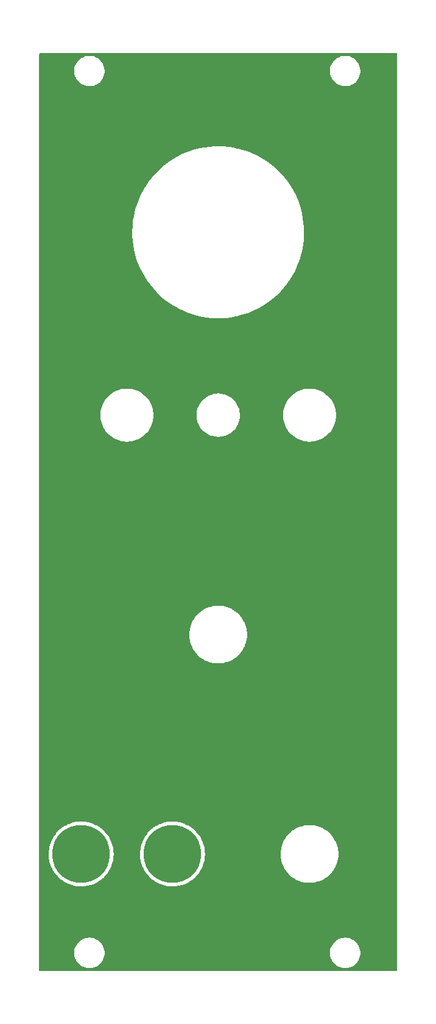
<source format=gbr>
%TF.GenerationSoftware,KiCad,Pcbnew,(6.0.5)*%
%TF.CreationDate,2023-01-21T13:23:26-05:00*%
%TF.ProjectId,valve_distortion,76616c76-655f-4646-9973-746f7274696f,rev?*%
%TF.SameCoordinates,Original*%
%TF.FileFunction,Copper,L2,Bot*%
%TF.FilePolarity,Positive*%
%FSLAX46Y46*%
G04 Gerber Fmt 4.6, Leading zero omitted, Abs format (unit mm)*
G04 Created by KiCad (PCBNEW (6.0.5)) date 2023-01-21 13:23:26*
%MOMM*%
%LPD*%
G01*
G04 APERTURE LIST*
%TA.AperFunction,ComponentPad*%
%ADD10C,8.000000*%
%TD*%
G04 APERTURE END LIST*
D10*
%TO.P,H12,1*%
%TO.N,N/C*%
X70630000Y-150440000D03*
%TD*%
%TO.P,H11,1*%
%TO.N,N/C*%
X57930000Y-150440000D03*
%TD*%
%TA.AperFunction,NonConductor*%
G36*
X101813621Y-39208502D02*
G01*
X101860114Y-39262158D01*
X101871500Y-39314500D01*
X101871500Y-166545500D01*
X101851498Y-166613621D01*
X101797842Y-166660114D01*
X101745500Y-166671500D01*
X52214500Y-166671500D01*
X52146379Y-166651498D01*
X52099886Y-166597842D01*
X52088500Y-166545500D01*
X52088500Y-164312703D01*
X56970743Y-164312703D01*
X57008268Y-164597734D01*
X57084129Y-164875036D01*
X57196923Y-165139476D01*
X57344561Y-165386161D01*
X57524313Y-165610528D01*
X57732851Y-165808423D01*
X57966317Y-165976186D01*
X57970112Y-165978195D01*
X57970113Y-165978196D01*
X57991869Y-165989715D01*
X58220392Y-166110712D01*
X58490373Y-166209511D01*
X58771264Y-166270755D01*
X58799841Y-166273004D01*
X58994282Y-166288307D01*
X58994291Y-166288307D01*
X58996739Y-166288500D01*
X59152271Y-166288500D01*
X59154407Y-166288354D01*
X59154418Y-166288354D01*
X59362548Y-166274165D01*
X59362554Y-166274164D01*
X59366825Y-166273873D01*
X59371020Y-166273004D01*
X59371022Y-166273004D01*
X59507583Y-166244724D01*
X59648342Y-166215574D01*
X59919343Y-166119607D01*
X60174812Y-165987750D01*
X60178313Y-165985289D01*
X60178317Y-165985287D01*
X60292418Y-165905095D01*
X60410023Y-165822441D01*
X60620622Y-165626740D01*
X60802713Y-165404268D01*
X60952927Y-165159142D01*
X61068483Y-164895898D01*
X61147244Y-164619406D01*
X61187751Y-164334784D01*
X61187845Y-164316951D01*
X61187867Y-164312703D01*
X92530743Y-164312703D01*
X92568268Y-164597734D01*
X92644129Y-164875036D01*
X92756923Y-165139476D01*
X92904561Y-165386161D01*
X93084313Y-165610528D01*
X93292851Y-165808423D01*
X93526317Y-165976186D01*
X93530112Y-165978195D01*
X93530113Y-165978196D01*
X93551869Y-165989715D01*
X93780392Y-166110712D01*
X94050373Y-166209511D01*
X94331264Y-166270755D01*
X94359841Y-166273004D01*
X94554282Y-166288307D01*
X94554291Y-166288307D01*
X94556739Y-166288500D01*
X94712271Y-166288500D01*
X94714407Y-166288354D01*
X94714418Y-166288354D01*
X94922548Y-166274165D01*
X94922554Y-166274164D01*
X94926825Y-166273873D01*
X94931020Y-166273004D01*
X94931022Y-166273004D01*
X95067583Y-166244724D01*
X95208342Y-166215574D01*
X95479343Y-166119607D01*
X95734812Y-165987750D01*
X95738313Y-165985289D01*
X95738317Y-165985287D01*
X95852418Y-165905095D01*
X95970023Y-165822441D01*
X96180622Y-165626740D01*
X96362713Y-165404268D01*
X96512927Y-165159142D01*
X96628483Y-164895898D01*
X96707244Y-164619406D01*
X96747751Y-164334784D01*
X96747845Y-164316951D01*
X96749235Y-164051583D01*
X96749235Y-164051576D01*
X96749257Y-164047297D01*
X96711732Y-163762266D01*
X96635871Y-163484964D01*
X96523077Y-163220524D01*
X96375439Y-162973839D01*
X96195687Y-162749472D01*
X95987149Y-162551577D01*
X95753683Y-162383814D01*
X95731843Y-162372250D01*
X95708654Y-162359972D01*
X95499608Y-162249288D01*
X95229627Y-162150489D01*
X94948736Y-162089245D01*
X94917685Y-162086801D01*
X94725718Y-162071693D01*
X94725709Y-162071693D01*
X94723261Y-162071500D01*
X94567729Y-162071500D01*
X94565593Y-162071646D01*
X94565582Y-162071646D01*
X94357452Y-162085835D01*
X94357446Y-162085836D01*
X94353175Y-162086127D01*
X94348980Y-162086996D01*
X94348978Y-162086996D01*
X94212416Y-162115277D01*
X94071658Y-162144426D01*
X93800657Y-162240393D01*
X93545188Y-162372250D01*
X93541687Y-162374711D01*
X93541683Y-162374713D01*
X93531594Y-162381804D01*
X93309977Y-162537559D01*
X93099378Y-162733260D01*
X92917287Y-162955732D01*
X92767073Y-163200858D01*
X92651517Y-163464102D01*
X92572756Y-163740594D01*
X92532249Y-164025216D01*
X92532227Y-164029505D01*
X92532226Y-164029512D01*
X92530765Y-164308417D01*
X92530743Y-164312703D01*
X61187867Y-164312703D01*
X61189235Y-164051583D01*
X61189235Y-164051576D01*
X61189257Y-164047297D01*
X61151732Y-163762266D01*
X61075871Y-163484964D01*
X60963077Y-163220524D01*
X60815439Y-162973839D01*
X60635687Y-162749472D01*
X60427149Y-162551577D01*
X60193683Y-162383814D01*
X60171843Y-162372250D01*
X60148654Y-162359972D01*
X59939608Y-162249288D01*
X59669627Y-162150489D01*
X59388736Y-162089245D01*
X59357685Y-162086801D01*
X59165718Y-162071693D01*
X59165709Y-162071693D01*
X59163261Y-162071500D01*
X59007729Y-162071500D01*
X59005593Y-162071646D01*
X59005582Y-162071646D01*
X58797452Y-162085835D01*
X58797446Y-162085836D01*
X58793175Y-162086127D01*
X58788980Y-162086996D01*
X58788978Y-162086996D01*
X58652416Y-162115277D01*
X58511658Y-162144426D01*
X58240657Y-162240393D01*
X57985188Y-162372250D01*
X57981687Y-162374711D01*
X57981683Y-162374713D01*
X57971594Y-162381804D01*
X57749977Y-162537559D01*
X57539378Y-162733260D01*
X57357287Y-162955732D01*
X57207073Y-163200858D01*
X57091517Y-163464102D01*
X57012756Y-163740594D01*
X56972249Y-164025216D01*
X56972227Y-164029505D01*
X56972226Y-164029512D01*
X56970765Y-164308417D01*
X56970743Y-164312703D01*
X52088500Y-164312703D01*
X52088500Y-150597512D01*
X53419433Y-150597512D01*
X53419662Y-150600357D01*
X53419662Y-150600360D01*
X53447465Y-150945910D01*
X53452273Y-151005668D01*
X53521969Y-151409168D01*
X53627949Y-151804691D01*
X53769340Y-152188980D01*
X53770565Y-152191560D01*
X53770568Y-152191567D01*
X53883081Y-152428518D01*
X53944979Y-152558874D01*
X53983020Y-152623198D01*
X54123473Y-152860691D01*
X54153418Y-152911326D01*
X54155080Y-152913630D01*
X54155081Y-152913632D01*
X54180882Y-152949405D01*
X54392944Y-153243436D01*
X54661584Y-153552471D01*
X54957126Y-153835886D01*
X54959344Y-153837656D01*
X54959349Y-153837661D01*
X55117133Y-153963618D01*
X55277139Y-154091349D01*
X55279520Y-154092919D01*
X55569482Y-154284113D01*
X55618989Y-154316757D01*
X55621519Y-154318113D01*
X55621518Y-154318113D01*
X55928340Y-154482630D01*
X55979860Y-154510255D01*
X56356784Y-154670250D01*
X56359522Y-154671129D01*
X56743931Y-154794549D01*
X56743935Y-154794550D01*
X56746657Y-154795424D01*
X56749447Y-154796048D01*
X56749452Y-154796049D01*
X57143477Y-154884125D01*
X57143488Y-154884127D01*
X57146271Y-154884749D01*
X57552335Y-154937487D01*
X57961509Y-154953206D01*
X57964371Y-154953056D01*
X57964372Y-154953056D01*
X58367566Y-154931926D01*
X58367573Y-154931925D01*
X58370422Y-154931776D01*
X58373245Y-154931369D01*
X58373247Y-154931369D01*
X58772889Y-154873780D01*
X58772896Y-154873779D01*
X58775711Y-154873373D01*
X59174038Y-154778478D01*
X59176736Y-154777570D01*
X59176743Y-154777568D01*
X59559414Y-154648785D01*
X59559420Y-154648783D01*
X59562126Y-154647872D01*
X59936779Y-154482630D01*
X60025151Y-154433645D01*
X60233576Y-154318113D01*
X60294914Y-154284113D01*
X60633583Y-154053954D01*
X60643921Y-154045462D01*
X60947779Y-153795870D01*
X60947783Y-153795867D01*
X60949998Y-153794047D01*
X60952036Y-153792038D01*
X60952043Y-153792031D01*
X61120511Y-153625898D01*
X61241555Y-153506533D01*
X61461936Y-153245748D01*
X61504008Y-153195963D01*
X61504013Y-153195957D01*
X61505854Y-153193778D01*
X61740719Y-152858356D01*
X61944217Y-152503027D01*
X62045968Y-152280785D01*
X62113485Y-152133316D01*
X62113488Y-152133307D01*
X62114674Y-152130718D01*
X62250685Y-151744492D01*
X62262653Y-151697194D01*
X62350430Y-151350307D01*
X62350431Y-151350303D01*
X62351133Y-151347528D01*
X62356204Y-151315515D01*
X62414743Y-150945910D01*
X62415189Y-150943095D01*
X62421790Y-150843717D01*
X62438142Y-150597512D01*
X66119433Y-150597512D01*
X66119662Y-150600357D01*
X66119662Y-150600360D01*
X66147465Y-150945910D01*
X66152273Y-151005668D01*
X66221969Y-151409168D01*
X66327949Y-151804691D01*
X66469340Y-152188980D01*
X66470565Y-152191560D01*
X66470568Y-152191567D01*
X66583081Y-152428518D01*
X66644979Y-152558874D01*
X66683020Y-152623198D01*
X66823473Y-152860691D01*
X66853418Y-152911326D01*
X66855080Y-152913630D01*
X66855081Y-152913632D01*
X66880882Y-152949405D01*
X67092944Y-153243436D01*
X67361584Y-153552471D01*
X67657126Y-153835886D01*
X67659344Y-153837656D01*
X67659349Y-153837661D01*
X67817133Y-153963618D01*
X67977139Y-154091349D01*
X67979520Y-154092919D01*
X68269482Y-154284113D01*
X68318989Y-154316757D01*
X68321519Y-154318113D01*
X68321518Y-154318113D01*
X68628340Y-154482630D01*
X68679860Y-154510255D01*
X69056784Y-154670250D01*
X69059522Y-154671129D01*
X69443931Y-154794549D01*
X69443935Y-154794550D01*
X69446657Y-154795424D01*
X69449447Y-154796048D01*
X69449452Y-154796049D01*
X69843477Y-154884125D01*
X69843488Y-154884127D01*
X69846271Y-154884749D01*
X70252335Y-154937487D01*
X70661509Y-154953206D01*
X70664371Y-154953056D01*
X70664372Y-154953056D01*
X71067566Y-154931926D01*
X71067573Y-154931925D01*
X71070422Y-154931776D01*
X71073245Y-154931369D01*
X71073247Y-154931369D01*
X71472889Y-154873780D01*
X71472896Y-154873779D01*
X71475711Y-154873373D01*
X71874038Y-154778478D01*
X71876736Y-154777570D01*
X71876743Y-154777568D01*
X72259414Y-154648785D01*
X72259420Y-154648783D01*
X72262126Y-154647872D01*
X72636779Y-154482630D01*
X72725151Y-154433645D01*
X72933576Y-154318113D01*
X72994914Y-154284113D01*
X73333583Y-154053954D01*
X73343921Y-154045462D01*
X73647779Y-153795870D01*
X73647783Y-153795867D01*
X73649998Y-153794047D01*
X73652036Y-153792038D01*
X73652043Y-153792031D01*
X73820511Y-153625898D01*
X73941555Y-153506533D01*
X74161936Y-153245748D01*
X74204008Y-153195963D01*
X74204013Y-153195957D01*
X74205854Y-153193778D01*
X74440719Y-152858356D01*
X74644217Y-152503027D01*
X74745968Y-152280785D01*
X74813485Y-152133316D01*
X74813488Y-152133307D01*
X74814674Y-152130718D01*
X74950685Y-151744492D01*
X74962653Y-151697194D01*
X75050430Y-151350307D01*
X75050431Y-151350303D01*
X75051133Y-151347528D01*
X75056204Y-151315515D01*
X75114743Y-150945910D01*
X75115189Y-150943095D01*
X75121790Y-150843717D01*
X75142210Y-150536271D01*
X75142210Y-150536260D01*
X75142326Y-150534520D01*
X75142436Y-150524052D01*
X85667391Y-150524052D01*
X85667612Y-150527171D01*
X85667612Y-150527178D01*
X85683735Y-150754895D01*
X85695579Y-150922168D01*
X85763169Y-151315515D01*
X85764001Y-151318524D01*
X85764002Y-151318530D01*
X85772017Y-151347528D01*
X85869491Y-151700205D01*
X85870614Y-151703107D01*
X85870617Y-151703117D01*
X85910949Y-151807368D01*
X86013495Y-152072433D01*
X86014908Y-152075224D01*
X86014911Y-152075231D01*
X86104901Y-152252994D01*
X86193757Y-152428518D01*
X86195436Y-152431148D01*
X86195442Y-152431159D01*
X86321363Y-152628434D01*
X86408494Y-152764939D01*
X86410423Y-152767386D01*
X86410428Y-152767393D01*
X86555769Y-152951756D01*
X86655582Y-153078368D01*
X86657757Y-153080624D01*
X86657762Y-153080630D01*
X86764580Y-153191436D01*
X86932578Y-153365708D01*
X86934971Y-153367741D01*
X87234348Y-153622081D01*
X87234357Y-153622088D01*
X87236743Y-153624115D01*
X87239323Y-153625898D01*
X87562497Y-153849258D01*
X87562506Y-153849263D01*
X87565069Y-153851035D01*
X87567804Y-153852548D01*
X87567809Y-153852551D01*
X87734018Y-153944492D01*
X87914309Y-154044224D01*
X87917178Y-154045457D01*
X87917189Y-154045462D01*
X88278142Y-154200539D01*
X88281010Y-154201771D01*
X88283987Y-154202712D01*
X88283991Y-154202714D01*
X88414707Y-154244054D01*
X88661545Y-154322118D01*
X89052152Y-154404076D01*
X89055269Y-154404412D01*
X89055270Y-154404412D01*
X89446516Y-154446570D01*
X89446519Y-154446570D01*
X89448967Y-154446834D01*
X89451430Y-154446905D01*
X89451431Y-154446905D01*
X89454681Y-154446999D01*
X89506803Y-154448500D01*
X89780217Y-154448500D01*
X89781780Y-154448422D01*
X89781788Y-154448422D01*
X89879009Y-154443582D01*
X90078619Y-154433645D01*
X90081704Y-154433181D01*
X90081706Y-154433181D01*
X90470203Y-154374773D01*
X90473296Y-154374308D01*
X90476332Y-154373537D01*
X90857085Y-154276838D01*
X90857088Y-154276837D01*
X90860128Y-154276065D01*
X90863076Y-154274995D01*
X91232352Y-154140955D01*
X91232362Y-154140951D01*
X91235290Y-154139888D01*
X91595071Y-153967123D01*
X91935915Y-153759479D01*
X92112862Y-153625898D01*
X92251957Y-153520892D01*
X92251960Y-153520890D01*
X92254451Y-153519009D01*
X92256733Y-153516899D01*
X92256742Y-153516892D01*
X92545231Y-153250214D01*
X92547528Y-153248091D01*
X92549740Y-153245596D01*
X92810165Y-152951756D01*
X92812249Y-152949405D01*
X93045995Y-152625903D01*
X93246455Y-152280785D01*
X93288197Y-152188980D01*
X93410349Y-151920321D01*
X93411648Y-151917464D01*
X93449021Y-151807368D01*
X93538931Y-151542499D01*
X93538932Y-151542496D01*
X93539938Y-151539532D01*
X93540642Y-151536494D01*
X93540645Y-151536484D01*
X93629353Y-151153770D01*
X93629353Y-151153768D01*
X93630058Y-151150728D01*
X93681117Y-150754895D01*
X93692609Y-150355948D01*
X93676487Y-150128240D01*
X93664643Y-149960968D01*
X93664421Y-149957832D01*
X93596831Y-149564485D01*
X93490509Y-149179795D01*
X93489386Y-149176893D01*
X93489383Y-149176883D01*
X93347635Y-148810488D01*
X93346505Y-148807567D01*
X93166243Y-148451482D01*
X93164564Y-148448852D01*
X93164558Y-148448841D01*
X92953187Y-148117695D01*
X92951506Y-148115061D01*
X92949577Y-148112614D01*
X92949572Y-148112607D01*
X92706362Y-147804098D01*
X92704418Y-147801632D01*
X92702243Y-147799376D01*
X92702238Y-147799370D01*
X92577717Y-147670200D01*
X92427422Y-147514292D01*
X92424320Y-147511657D01*
X92125652Y-147257919D01*
X92125643Y-147257912D01*
X92123257Y-147255885D01*
X91967269Y-147148075D01*
X91797503Y-147030742D01*
X91797494Y-147030737D01*
X91794931Y-147028965D01*
X91792196Y-147027452D01*
X91792191Y-147027449D01*
X91582618Y-146911520D01*
X91445691Y-146835776D01*
X91442822Y-146834543D01*
X91442811Y-146834538D01*
X91081858Y-146679461D01*
X91081855Y-146679460D01*
X91078990Y-146678229D01*
X91076013Y-146677288D01*
X91076009Y-146677286D01*
X90945293Y-146635946D01*
X90698455Y-146557882D01*
X90307848Y-146475924D01*
X90304730Y-146475588D01*
X89913484Y-146433430D01*
X89913481Y-146433430D01*
X89911033Y-146433166D01*
X89908570Y-146433095D01*
X89908569Y-146433095D01*
X89905319Y-146433001D01*
X89853197Y-146431500D01*
X89579783Y-146431500D01*
X89578220Y-146431578D01*
X89578212Y-146431578D01*
X89480991Y-146436418D01*
X89281381Y-146446355D01*
X89278296Y-146446819D01*
X89278294Y-146446819D01*
X88926720Y-146499676D01*
X88886704Y-146505692D01*
X88883669Y-146506463D01*
X88883668Y-146506463D01*
X88502915Y-146603162D01*
X88502912Y-146603163D01*
X88499872Y-146603935D01*
X88496925Y-146605005D01*
X88496924Y-146605005D01*
X88127648Y-146739045D01*
X88127638Y-146739049D01*
X88124710Y-146740112D01*
X87764929Y-146912877D01*
X87424085Y-147120521D01*
X87382413Y-147151980D01*
X87239640Y-147259763D01*
X87105549Y-147360991D01*
X87103267Y-147363101D01*
X87103258Y-147363108D01*
X87018523Y-147441437D01*
X86812472Y-147631909D01*
X86547751Y-147930595D01*
X86314005Y-148254097D01*
X86113545Y-148599215D01*
X86112255Y-148602052D01*
X86112253Y-148602056D01*
X86017484Y-148810488D01*
X85948352Y-148962536D01*
X85947344Y-148965505D01*
X85947341Y-148965513D01*
X85821069Y-149337501D01*
X85820062Y-149340468D01*
X85819358Y-149343506D01*
X85819355Y-149343516D01*
X85753395Y-149628087D01*
X85729942Y-149729272D01*
X85678883Y-150125105D01*
X85667391Y-150524052D01*
X75142436Y-150524052D01*
X75143316Y-150440000D01*
X75124741Y-150030947D01*
X75069169Y-149625260D01*
X74977057Y-149226280D01*
X74960816Y-149176883D01*
X74850057Y-148840005D01*
X74850054Y-148839998D01*
X74849164Y-148837290D01*
X74686542Y-148461492D01*
X74563436Y-148235701D01*
X74491899Y-148104492D01*
X74491895Y-148104485D01*
X74490529Y-148101980D01*
X74374223Y-147928244D01*
X74264332Y-147764090D01*
X74264324Y-147764079D01*
X74262740Y-147761713D01*
X74005049Y-147443491D01*
X73924822Y-147360991D01*
X73721567Y-147151980D01*
X73721563Y-147151976D01*
X73719577Y-147149934D01*
X73717419Y-147148084D01*
X73717409Y-147148075D01*
X73410849Y-146885321D01*
X73410844Y-146885317D01*
X73408675Y-146883458D01*
X73406344Y-146881801D01*
X73406337Y-146881796D01*
X73206967Y-146740112D01*
X73074900Y-146646257D01*
X72783345Y-146476568D01*
X72723474Y-146441722D01*
X72723469Y-146441719D01*
X72721001Y-146440283D01*
X72486846Y-146331095D01*
X72352487Y-146268442D01*
X72352477Y-146268438D01*
X72349891Y-146267232D01*
X72347194Y-146266261D01*
X71967314Y-146129495D01*
X71967305Y-146129492D01*
X71964624Y-146128527D01*
X71702247Y-146060183D01*
X71571140Y-146026032D01*
X71571134Y-146026031D01*
X71568371Y-146025311D01*
X71164395Y-145958433D01*
X71161552Y-145958224D01*
X71161550Y-145958224D01*
X70758865Y-145928653D01*
X70756019Y-145928444D01*
X70586043Y-145931411D01*
X70349458Y-145935540D01*
X70349453Y-145935540D01*
X70346607Y-145935590D01*
X70343774Y-145935898D01*
X70343770Y-145935898D01*
X70014896Y-145971625D01*
X69939527Y-145979813D01*
X69538130Y-146060749D01*
X69535402Y-146061562D01*
X69535391Y-146061565D01*
X69222867Y-146154733D01*
X69145721Y-146177731D01*
X69143060Y-146178795D01*
X69143058Y-146178796D01*
X68918927Y-146268442D01*
X68765529Y-146329797D01*
X68762982Y-146331095D01*
X68403227Y-146514399D01*
X68403222Y-146514402D01*
X68400684Y-146515695D01*
X68398265Y-146517218D01*
X68398262Y-146517220D01*
X68333692Y-146557882D01*
X68054189Y-146733894D01*
X67728896Y-146982599D01*
X67427483Y-147259763D01*
X67152430Y-147563104D01*
X67150706Y-147565391D01*
X67150705Y-147565393D01*
X67102182Y-147629786D01*
X66906002Y-147890125D01*
X66690227Y-148238135D01*
X66688947Y-148240691D01*
X66688942Y-148240700D01*
X66680879Y-148256802D01*
X66506881Y-148604269D01*
X66505840Y-148606925D01*
X66505837Y-148606932D01*
X66365311Y-148965513D01*
X66357473Y-148985513D01*
X66356681Y-148988240D01*
X66356677Y-148988251D01*
X66286715Y-149229063D01*
X66243233Y-149378729D01*
X66165101Y-149780681D01*
X66123721Y-150188060D01*
X66119433Y-150597512D01*
X62438142Y-150597512D01*
X62442210Y-150536271D01*
X62442210Y-150536260D01*
X62442326Y-150534520D01*
X62443316Y-150440000D01*
X62424741Y-150030947D01*
X62369169Y-149625260D01*
X62277057Y-149226280D01*
X62260816Y-149176883D01*
X62150057Y-148840005D01*
X62150054Y-148839998D01*
X62149164Y-148837290D01*
X61986542Y-148461492D01*
X61863436Y-148235701D01*
X61791899Y-148104492D01*
X61791895Y-148104485D01*
X61790529Y-148101980D01*
X61674223Y-147928244D01*
X61564332Y-147764090D01*
X61564324Y-147764079D01*
X61562740Y-147761713D01*
X61305049Y-147443491D01*
X61224822Y-147360991D01*
X61021567Y-147151980D01*
X61021563Y-147151976D01*
X61019577Y-147149934D01*
X61017419Y-147148084D01*
X61017409Y-147148075D01*
X60710849Y-146885321D01*
X60710844Y-146885317D01*
X60708675Y-146883458D01*
X60706344Y-146881801D01*
X60706337Y-146881796D01*
X60506967Y-146740112D01*
X60374900Y-146646257D01*
X60083345Y-146476568D01*
X60023474Y-146441722D01*
X60023469Y-146441719D01*
X60021001Y-146440283D01*
X59786846Y-146331095D01*
X59652487Y-146268442D01*
X59652477Y-146268438D01*
X59649891Y-146267232D01*
X59647194Y-146266261D01*
X59267314Y-146129495D01*
X59267305Y-146129492D01*
X59264624Y-146128527D01*
X59002247Y-146060183D01*
X58871140Y-146026032D01*
X58871134Y-146026031D01*
X58868371Y-146025311D01*
X58464395Y-145958433D01*
X58461552Y-145958224D01*
X58461550Y-145958224D01*
X58058865Y-145928653D01*
X58056019Y-145928444D01*
X57886043Y-145931411D01*
X57649458Y-145935540D01*
X57649453Y-145935540D01*
X57646607Y-145935590D01*
X57643774Y-145935898D01*
X57643770Y-145935898D01*
X57314896Y-145971625D01*
X57239527Y-145979813D01*
X56838130Y-146060749D01*
X56835402Y-146061562D01*
X56835391Y-146061565D01*
X56522867Y-146154733D01*
X56445721Y-146177731D01*
X56443060Y-146178795D01*
X56443058Y-146178796D01*
X56218927Y-146268442D01*
X56065529Y-146329797D01*
X56062982Y-146331095D01*
X55703227Y-146514399D01*
X55703222Y-146514402D01*
X55700684Y-146515695D01*
X55698265Y-146517218D01*
X55698262Y-146517220D01*
X55633692Y-146557882D01*
X55354189Y-146733894D01*
X55028896Y-146982599D01*
X54727483Y-147259763D01*
X54452430Y-147563104D01*
X54450706Y-147565391D01*
X54450705Y-147565393D01*
X54402182Y-147629786D01*
X54206002Y-147890125D01*
X53990227Y-148238135D01*
X53988947Y-148240691D01*
X53988942Y-148240700D01*
X53980879Y-148256802D01*
X53806881Y-148604269D01*
X53805840Y-148606925D01*
X53805837Y-148606932D01*
X53665311Y-148965513D01*
X53657473Y-148985513D01*
X53656681Y-148988240D01*
X53656677Y-148988251D01*
X53586715Y-149229063D01*
X53543233Y-149378729D01*
X53465101Y-149780681D01*
X53423721Y-150188060D01*
X53419433Y-150597512D01*
X52088500Y-150597512D01*
X52088500Y-120044052D01*
X72967391Y-120044052D01*
X72967612Y-120047171D01*
X72967612Y-120047178D01*
X72983735Y-120274895D01*
X72995579Y-120442168D01*
X73063169Y-120835515D01*
X73169491Y-121220205D01*
X73170614Y-121223107D01*
X73170617Y-121223117D01*
X73252390Y-121434487D01*
X73313495Y-121592433D01*
X73493757Y-121948518D01*
X73495436Y-121951148D01*
X73495442Y-121951159D01*
X73621363Y-122148434D01*
X73708494Y-122284939D01*
X73710423Y-122287386D01*
X73710428Y-122287393D01*
X73855769Y-122471756D01*
X73955582Y-122598368D01*
X73957757Y-122600624D01*
X73957762Y-122600630D01*
X74082283Y-122729800D01*
X74232578Y-122885708D01*
X74234971Y-122887741D01*
X74534348Y-123142081D01*
X74534357Y-123142088D01*
X74536743Y-123144115D01*
X74539323Y-123145898D01*
X74862497Y-123369258D01*
X74862506Y-123369263D01*
X74865069Y-123371035D01*
X74867804Y-123372548D01*
X74867809Y-123372551D01*
X75034018Y-123464492D01*
X75214309Y-123564224D01*
X75217178Y-123565457D01*
X75217189Y-123565462D01*
X75578142Y-123720539D01*
X75581010Y-123721771D01*
X75583987Y-123722712D01*
X75583991Y-123722714D01*
X75714707Y-123764054D01*
X75961545Y-123842118D01*
X76352152Y-123924076D01*
X76355269Y-123924412D01*
X76355270Y-123924412D01*
X76746516Y-123966570D01*
X76746519Y-123966570D01*
X76748967Y-123966834D01*
X76751430Y-123966905D01*
X76751431Y-123966905D01*
X76754681Y-123966999D01*
X76806803Y-123968500D01*
X77080217Y-123968500D01*
X77081780Y-123968422D01*
X77081788Y-123968422D01*
X77179009Y-123963582D01*
X77378619Y-123953645D01*
X77381704Y-123953181D01*
X77381706Y-123953181D01*
X77770203Y-123894773D01*
X77773296Y-123894308D01*
X77776332Y-123893537D01*
X78157085Y-123796838D01*
X78157088Y-123796837D01*
X78160128Y-123796065D01*
X78163076Y-123794995D01*
X78532352Y-123660955D01*
X78532362Y-123660951D01*
X78535290Y-123659888D01*
X78895071Y-123487123D01*
X79235915Y-123279479D01*
X79412862Y-123145898D01*
X79551957Y-123040892D01*
X79551960Y-123040890D01*
X79554451Y-123039009D01*
X79556733Y-123036899D01*
X79556742Y-123036892D01*
X79845231Y-122770214D01*
X79847528Y-122768091D01*
X80112249Y-122469405D01*
X80345995Y-122145903D01*
X80546455Y-121800785D01*
X80641188Y-121592433D01*
X80710349Y-121440321D01*
X80711648Y-121437464D01*
X80786420Y-121217194D01*
X80838931Y-121062499D01*
X80838932Y-121062496D01*
X80839938Y-121059532D01*
X80840642Y-121056494D01*
X80840645Y-121056484D01*
X80929353Y-120673770D01*
X80929353Y-120673768D01*
X80930058Y-120670728D01*
X80981117Y-120274895D01*
X80992609Y-119875948D01*
X80976487Y-119648240D01*
X80964643Y-119480968D01*
X80964421Y-119477832D01*
X80896831Y-119084485D01*
X80790509Y-118699795D01*
X80789386Y-118696893D01*
X80789383Y-118696883D01*
X80647635Y-118330488D01*
X80646505Y-118327567D01*
X80466243Y-117971482D01*
X80464564Y-117968852D01*
X80464558Y-117968841D01*
X80253187Y-117637695D01*
X80251506Y-117635061D01*
X80249577Y-117632614D01*
X80249572Y-117632607D01*
X80006362Y-117324098D01*
X80004418Y-117321632D01*
X80002243Y-117319376D01*
X80002238Y-117319370D01*
X79877717Y-117190200D01*
X79727422Y-117034292D01*
X79546975Y-116880991D01*
X79425652Y-116777919D01*
X79425643Y-116777912D01*
X79423257Y-116775885D01*
X79358504Y-116731131D01*
X79097503Y-116550742D01*
X79097494Y-116550737D01*
X79094931Y-116548965D01*
X79092196Y-116547452D01*
X79092191Y-116547449D01*
X78882618Y-116431520D01*
X78745691Y-116355776D01*
X78742822Y-116354543D01*
X78742811Y-116354538D01*
X78381858Y-116199461D01*
X78381855Y-116199460D01*
X78378990Y-116198229D01*
X78376013Y-116197288D01*
X78376009Y-116197286D01*
X78245293Y-116155946D01*
X77998455Y-116077882D01*
X77607848Y-115995924D01*
X77604730Y-115995588D01*
X77213484Y-115953430D01*
X77213481Y-115953430D01*
X77211033Y-115953166D01*
X77208570Y-115953095D01*
X77208569Y-115953095D01*
X77205319Y-115953001D01*
X77153197Y-115951500D01*
X76879783Y-115951500D01*
X76878220Y-115951578D01*
X76878212Y-115951578D01*
X76780991Y-115956418D01*
X76581381Y-115966355D01*
X76578296Y-115966819D01*
X76578294Y-115966819D01*
X76226720Y-116019676D01*
X76186704Y-116025692D01*
X76183669Y-116026463D01*
X76183668Y-116026463D01*
X75802915Y-116123162D01*
X75802912Y-116123163D01*
X75799872Y-116123935D01*
X75796925Y-116125005D01*
X75796924Y-116125005D01*
X75427648Y-116259045D01*
X75427638Y-116259049D01*
X75424710Y-116260112D01*
X75064929Y-116432877D01*
X74724085Y-116640521D01*
X74721575Y-116642416D01*
X74544777Y-116775885D01*
X74405549Y-116880991D01*
X74403267Y-116883101D01*
X74403258Y-116883108D01*
X74241908Y-117032259D01*
X74112472Y-117151909D01*
X73847751Y-117450595D01*
X73614005Y-117774097D01*
X73413545Y-118119215D01*
X73412255Y-118122052D01*
X73412253Y-118122056D01*
X73317484Y-118330488D01*
X73248352Y-118482536D01*
X73247344Y-118485505D01*
X73247341Y-118485513D01*
X73121069Y-118857501D01*
X73120062Y-118860468D01*
X73119358Y-118863506D01*
X73119355Y-118863516D01*
X73030647Y-119246230D01*
X73029942Y-119249272D01*
X72978883Y-119645105D01*
X72967391Y-120044052D01*
X52088500Y-120044052D01*
X52088500Y-89480000D01*
X60591445Y-89480000D01*
X60611651Y-89865559D01*
X60612164Y-89868799D01*
X60612165Y-89868807D01*
X60639454Y-90041099D01*
X60672049Y-90246894D01*
X60771976Y-90619826D01*
X60910337Y-90980270D01*
X60911835Y-90983210D01*
X61074277Y-91302019D01*
X61085618Y-91324277D01*
X61295896Y-91648078D01*
X61538869Y-91948125D01*
X61811875Y-92221131D01*
X62111922Y-92464104D01*
X62435723Y-92674382D01*
X62438657Y-92675877D01*
X62438664Y-92675881D01*
X62776790Y-92848165D01*
X62779730Y-92849663D01*
X63140174Y-92988024D01*
X63513106Y-93087951D01*
X63715643Y-93120030D01*
X63891193Y-93147835D01*
X63891201Y-93147836D01*
X63894441Y-93148349D01*
X64183543Y-93163500D01*
X64376457Y-93163500D01*
X64665559Y-93148349D01*
X64668799Y-93147836D01*
X64668807Y-93147835D01*
X64844357Y-93120030D01*
X65046894Y-93087951D01*
X65419826Y-92988024D01*
X65780270Y-92849663D01*
X65783210Y-92848165D01*
X66121336Y-92675881D01*
X66121343Y-92675877D01*
X66124277Y-92674382D01*
X66448078Y-92464104D01*
X66748125Y-92221131D01*
X67021131Y-91948125D01*
X67264104Y-91648078D01*
X67472585Y-91327046D01*
X67472586Y-91327044D01*
X67474382Y-91324278D01*
X67475882Y-91321336D01*
X67648165Y-90983210D01*
X67649663Y-90980270D01*
X67788024Y-90619826D01*
X67887951Y-90246894D01*
X67920546Y-90041099D01*
X67947835Y-89868807D01*
X67947836Y-89868799D01*
X67948349Y-89865559D01*
X67961941Y-89606196D01*
X73969044Y-89606196D01*
X73969405Y-89609810D01*
X73969405Y-89609816D01*
X73993694Y-89853157D01*
X74003503Y-89951431D01*
X74077414Y-90290417D01*
X74189797Y-90618661D01*
X74339163Y-90931812D01*
X74523532Y-91225721D01*
X74525804Y-91228557D01*
X74525809Y-91228564D01*
X74604708Y-91327046D01*
X74740459Y-91496491D01*
X74743037Y-91499042D01*
X74890838Y-91645303D01*
X74987071Y-91740534D01*
X74989929Y-91742775D01*
X75254812Y-91950469D01*
X75260098Y-91954614D01*
X75555921Y-92135895D01*
X75559206Y-92137420D01*
X75559210Y-92137422D01*
X75798653Y-92248567D01*
X75870620Y-92281973D01*
X75974926Y-92316469D01*
X76196578Y-92389774D01*
X76196583Y-92389775D01*
X76200023Y-92390913D01*
X76203578Y-92391649D01*
X76203581Y-92391650D01*
X76536214Y-92460535D01*
X76536217Y-92460535D01*
X76539764Y-92461270D01*
X76678221Y-92473627D01*
X76842076Y-92488251D01*
X76842082Y-92488251D01*
X76844869Y-92488500D01*
X77068432Y-92488500D01*
X77070251Y-92488395D01*
X77070255Y-92488395D01*
X77322754Y-92473836D01*
X77322759Y-92473835D01*
X77326374Y-92473627D01*
X77401388Y-92460535D01*
X77664585Y-92414600D01*
X77664592Y-92414598D01*
X77668158Y-92413976D01*
X77671633Y-92412947D01*
X77671640Y-92412945D01*
X77804863Y-92373482D01*
X78000820Y-92315437D01*
X78004159Y-92314013D01*
X78316614Y-92180740D01*
X78316617Y-92180738D01*
X78319952Y-92179316D01*
X78323099Y-92177521D01*
X78323103Y-92177519D01*
X78618184Y-92009208D01*
X78621324Y-92007417D01*
X78705546Y-91945550D01*
X78725265Y-91931065D01*
X78900940Y-91802018D01*
X79155096Y-91565842D01*
X79380422Y-91302019D01*
X79573931Y-91014047D01*
X79733060Y-90705741D01*
X79855698Y-90381189D01*
X79888630Y-90250083D01*
X79939337Y-90048206D01*
X79940220Y-90044692D01*
X79963376Y-89868807D01*
X79985032Y-89704315D01*
X79985033Y-89704307D01*
X79985506Y-89700711D01*
X79988922Y-89483301D01*
X79988974Y-89480000D01*
X85991445Y-89480000D01*
X86011651Y-89865559D01*
X86012164Y-89868799D01*
X86012165Y-89868807D01*
X86039454Y-90041099D01*
X86072049Y-90246894D01*
X86171976Y-90619826D01*
X86310337Y-90980270D01*
X86311835Y-90983210D01*
X86474277Y-91302019D01*
X86485618Y-91324277D01*
X86695896Y-91648078D01*
X86938869Y-91948125D01*
X87211875Y-92221131D01*
X87511922Y-92464104D01*
X87835723Y-92674382D01*
X87838657Y-92675877D01*
X87838664Y-92675881D01*
X88176790Y-92848165D01*
X88179730Y-92849663D01*
X88540174Y-92988024D01*
X88913106Y-93087951D01*
X89115643Y-93120030D01*
X89291193Y-93147835D01*
X89291201Y-93147836D01*
X89294441Y-93148349D01*
X89583543Y-93163500D01*
X89776457Y-93163500D01*
X90065559Y-93148349D01*
X90068799Y-93147836D01*
X90068807Y-93147835D01*
X90244357Y-93120030D01*
X90446894Y-93087951D01*
X90819826Y-92988024D01*
X91180270Y-92849663D01*
X91183210Y-92848165D01*
X91521336Y-92675881D01*
X91521343Y-92675877D01*
X91524277Y-92674382D01*
X91848078Y-92464104D01*
X92148125Y-92221131D01*
X92421131Y-91948125D01*
X92664104Y-91648078D01*
X92872585Y-91327046D01*
X92872586Y-91327044D01*
X92874382Y-91324278D01*
X92875882Y-91321336D01*
X93048165Y-90983210D01*
X93049663Y-90980270D01*
X93188024Y-90619826D01*
X93287951Y-90246894D01*
X93320546Y-90041099D01*
X93347835Y-89868807D01*
X93347836Y-89868799D01*
X93348349Y-89865559D01*
X93368555Y-89480000D01*
X93348349Y-89094441D01*
X93334188Y-89005029D01*
X93288467Y-88716367D01*
X93287951Y-88713106D01*
X93188024Y-88340174D01*
X93049663Y-87979730D01*
X92924599Y-87734279D01*
X92875881Y-87638664D01*
X92875877Y-87638657D01*
X92874382Y-87635723D01*
X92664104Y-87311922D01*
X92421131Y-87011875D01*
X92148125Y-86738869D01*
X91848078Y-86495896D01*
X91524277Y-86285618D01*
X91521343Y-86284123D01*
X91521336Y-86284119D01*
X91183210Y-86111835D01*
X91180270Y-86110337D01*
X90819826Y-85971976D01*
X90446894Y-85872049D01*
X90244357Y-85839970D01*
X90068807Y-85812165D01*
X90068799Y-85812164D01*
X90065559Y-85811651D01*
X89776457Y-85796500D01*
X89583543Y-85796500D01*
X89294441Y-85811651D01*
X89291201Y-85812164D01*
X89291193Y-85812165D01*
X89115643Y-85839970D01*
X88913106Y-85872049D01*
X88540174Y-85971976D01*
X88179730Y-86110337D01*
X88176790Y-86111835D01*
X87838664Y-86284119D01*
X87838657Y-86284123D01*
X87835723Y-86285618D01*
X87511922Y-86495896D01*
X87211875Y-86738869D01*
X86938869Y-87011875D01*
X86695896Y-87311922D01*
X86694094Y-87314697D01*
X86487416Y-87632953D01*
X86487414Y-87632956D01*
X86485618Y-87635722D01*
X86484123Y-87638656D01*
X86484119Y-87638663D01*
X86329078Y-87942949D01*
X86310337Y-87979730D01*
X86171976Y-88340174D01*
X86072049Y-88713106D01*
X86071533Y-88716367D01*
X86025813Y-89005029D01*
X86011651Y-89094441D01*
X85991445Y-89480000D01*
X79988974Y-89480000D01*
X79990899Y-89357446D01*
X79990899Y-89357442D01*
X79990956Y-89353804D01*
X79981163Y-89255685D01*
X79956857Y-89012177D01*
X79956497Y-89008569D01*
X79882586Y-88669583D01*
X79770203Y-88341339D01*
X79620837Y-88028188D01*
X79436468Y-87734279D01*
X79434196Y-87731443D01*
X79434191Y-87731436D01*
X79221813Y-87466345D01*
X79219541Y-87463509D01*
X79096235Y-87341488D01*
X78975507Y-87222017D01*
X78975506Y-87222016D01*
X78972929Y-87219466D01*
X78708178Y-87011875D01*
X78702759Y-87007626D01*
X78702757Y-87007625D01*
X78699902Y-87005386D01*
X78404079Y-86824105D01*
X78400794Y-86822580D01*
X78400790Y-86822578D01*
X78092663Y-86679551D01*
X78089380Y-86678027D01*
X77919112Y-86621716D01*
X77763422Y-86570226D01*
X77763417Y-86570225D01*
X77759977Y-86569087D01*
X77756422Y-86568351D01*
X77756419Y-86568350D01*
X77423786Y-86499465D01*
X77423783Y-86499465D01*
X77420236Y-86498730D01*
X77265947Y-86484960D01*
X77117924Y-86471749D01*
X77117918Y-86471749D01*
X77115131Y-86471500D01*
X76891568Y-86471500D01*
X76889749Y-86471605D01*
X76889745Y-86471605D01*
X76637246Y-86486164D01*
X76637241Y-86486165D01*
X76633626Y-86486373D01*
X76589387Y-86494094D01*
X76295415Y-86545400D01*
X76295408Y-86545402D01*
X76291842Y-86546024D01*
X76288367Y-86547053D01*
X76288360Y-86547055D01*
X76210137Y-86570226D01*
X75959180Y-86644563D01*
X75955844Y-86645986D01*
X75955841Y-86645987D01*
X75643386Y-86779260D01*
X75643383Y-86779262D01*
X75640048Y-86780684D01*
X75636901Y-86782479D01*
X75636897Y-86782481D01*
X75560602Y-86825999D01*
X75338676Y-86952583D01*
X75335764Y-86954722D01*
X75335761Y-86954724D01*
X75234735Y-87028935D01*
X75059060Y-87157982D01*
X74804904Y-87394158D01*
X74579578Y-87657981D01*
X74386069Y-87945953D01*
X74226940Y-88254259D01*
X74104302Y-88578811D01*
X74103418Y-88582332D01*
X74103416Y-88582337D01*
X74069750Y-88716367D01*
X74019780Y-88915308D01*
X74019307Y-88918901D01*
X73995764Y-89097731D01*
X73974494Y-89259289D01*
X73974437Y-89262927D01*
X73971027Y-89480000D01*
X73969044Y-89606196D01*
X67961941Y-89606196D01*
X67968555Y-89480000D01*
X67948349Y-89094441D01*
X67934188Y-89005029D01*
X67888467Y-88716367D01*
X67887951Y-88713106D01*
X67788024Y-88340174D01*
X67649663Y-87979730D01*
X67524599Y-87734279D01*
X67475881Y-87638664D01*
X67475877Y-87638657D01*
X67474382Y-87635723D01*
X67264104Y-87311922D01*
X67021131Y-87011875D01*
X66748125Y-86738869D01*
X66448078Y-86495896D01*
X66124277Y-86285618D01*
X66121343Y-86284123D01*
X66121336Y-86284119D01*
X65783210Y-86111835D01*
X65780270Y-86110337D01*
X65419826Y-85971976D01*
X65046894Y-85872049D01*
X64844357Y-85839970D01*
X64668807Y-85812165D01*
X64668799Y-85812164D01*
X64665559Y-85811651D01*
X64376457Y-85796500D01*
X64183543Y-85796500D01*
X63894441Y-85811651D01*
X63891201Y-85812164D01*
X63891193Y-85812165D01*
X63715643Y-85839970D01*
X63513106Y-85872049D01*
X63140174Y-85971976D01*
X62779730Y-86110337D01*
X62776790Y-86111835D01*
X62438664Y-86284119D01*
X62438657Y-86284123D01*
X62435723Y-86285618D01*
X62111922Y-86495896D01*
X61811875Y-86738869D01*
X61538869Y-87011875D01*
X61295896Y-87311922D01*
X61294094Y-87314697D01*
X61087416Y-87632953D01*
X61087414Y-87632956D01*
X61085618Y-87635722D01*
X61084123Y-87638656D01*
X61084119Y-87638663D01*
X60929078Y-87942949D01*
X60910337Y-87979730D01*
X60771976Y-88340174D01*
X60672049Y-88713106D01*
X60671533Y-88716367D01*
X60625813Y-89005029D01*
X60611651Y-89094441D01*
X60591445Y-89480000D01*
X52088500Y-89480000D01*
X52088500Y-63913245D01*
X65037793Y-63913245D01*
X65040654Y-64118123D01*
X65047105Y-64580136D01*
X65093630Y-65245469D01*
X65177222Y-65907167D01*
X65177541Y-65908903D01*
X65177542Y-65908912D01*
X65267958Y-66401548D01*
X65297620Y-66563166D01*
X65454450Y-67211423D01*
X65454954Y-67213093D01*
X65454958Y-67213107D01*
X65646713Y-67848230D01*
X65646719Y-67848248D01*
X65647222Y-67849914D01*
X65875334Y-68476648D01*
X65876018Y-68478245D01*
X65876024Y-68478259D01*
X66072296Y-68936194D01*
X66138077Y-69089672D01*
X66434629Y-69687073D01*
X66764067Y-70266989D01*
X67125363Y-70827611D01*
X67517391Y-71367190D01*
X67938927Y-71884045D01*
X68388658Y-72376563D01*
X68865180Y-72843208D01*
X68866504Y-72844367D01*
X68866505Y-72844368D01*
X69365682Y-73281365D01*
X69365696Y-73281377D01*
X69367009Y-73282526D01*
X69892578Y-73693145D01*
X70440249Y-74073787D01*
X70828239Y-74312480D01*
X70871147Y-74338877D01*
X71008314Y-74423263D01*
X71009864Y-74424101D01*
X71593466Y-74739654D01*
X71593480Y-74739661D01*
X71595002Y-74740484D01*
X71596583Y-74741228D01*
X71596593Y-74741233D01*
X71833948Y-74852923D01*
X72198483Y-75024460D01*
X72200115Y-75025119D01*
X72200121Y-75025122D01*
X72541363Y-75162993D01*
X72816875Y-75274307D01*
X72818549Y-75274877D01*
X72818552Y-75274878D01*
X73446568Y-75488672D01*
X73446576Y-75488675D01*
X73448249Y-75489244D01*
X73449956Y-75489721D01*
X73449967Y-75489724D01*
X74088928Y-75668125D01*
X74088933Y-75668126D01*
X74090637Y-75668602D01*
X74742035Y-75811821D01*
X75400413Y-75918455D01*
X76063716Y-75988171D01*
X76511518Y-76010072D01*
X76728114Y-76020666D01*
X76728122Y-76020666D01*
X76729877Y-76020752D01*
X76731635Y-76020740D01*
X76731648Y-76020740D01*
X77090737Y-76018232D01*
X77396818Y-76016095D01*
X77398578Y-76015984D01*
X77398586Y-76015984D01*
X78060684Y-75974329D01*
X78060696Y-75974328D01*
X78062459Y-75974217D01*
X78064212Y-75974008D01*
X78722992Y-75895453D01*
X78723008Y-75895451D01*
X78724724Y-75895246D01*
X78726439Y-75894944D01*
X78726443Y-75894943D01*
X79379803Y-75779739D01*
X79379814Y-75779737D01*
X79381548Y-75779431D01*
X79852456Y-75668980D01*
X80029162Y-75627534D01*
X80029173Y-75627531D01*
X80030883Y-75627130D01*
X80670705Y-75438821D01*
X81036930Y-75308414D01*
X81297337Y-75215687D01*
X81297341Y-75215685D01*
X81299016Y-75215089D01*
X81913859Y-74956633D01*
X82513316Y-74664258D01*
X82514857Y-74663396D01*
X82514868Y-74663391D01*
X83093961Y-74339747D01*
X83095518Y-74338877D01*
X83097015Y-74337927D01*
X83097025Y-74337921D01*
X83657162Y-73982446D01*
X83658648Y-73981503D01*
X84200952Y-73593252D01*
X84586063Y-73283615D01*
X84719376Y-73176429D01*
X84719387Y-73176419D01*
X84720736Y-73175335D01*
X85089600Y-72843208D01*
X85215072Y-72730233D01*
X85215081Y-72730224D01*
X85216382Y-72729053D01*
X85686343Y-72255800D01*
X86129153Y-71757051D01*
X86543432Y-71234361D01*
X86927887Y-70689361D01*
X87281321Y-70123749D01*
X87602630Y-69539290D01*
X87858974Y-69004259D01*
X87890058Y-68939382D01*
X87890066Y-68939364D01*
X87890812Y-68937807D01*
X88144970Y-68321174D01*
X88364310Y-67691316D01*
X88473773Y-67309575D01*
X88547660Y-67051898D01*
X88547660Y-67051897D01*
X88548148Y-67050196D01*
X88695911Y-66399813D01*
X88807139Y-65742196D01*
X88881484Y-65079396D01*
X88918714Y-64413478D01*
X88923371Y-64080000D01*
X88913240Y-63717324D01*
X88904797Y-63415050D01*
X88904797Y-63415043D01*
X88904748Y-63413303D01*
X88848939Y-62748685D01*
X88756116Y-62088219D01*
X88626571Y-61433964D01*
X88460705Y-60787961D01*
X88259037Y-60152224D01*
X88198735Y-59993476D01*
X88090136Y-59707588D01*
X88022196Y-59528735D01*
X87750920Y-58919440D01*
X87446056Y-58326237D01*
X87108553Y-57750978D01*
X86739465Y-57195455D01*
X86572725Y-56972569D01*
X86340993Y-56662806D01*
X86340981Y-56662791D01*
X86339942Y-56661402D01*
X86198879Y-56493289D01*
X85912351Y-56151819D01*
X85911230Y-56150483D01*
X85454667Y-55664292D01*
X84971675Y-55204346D01*
X84541574Y-54838301D01*
X84465101Y-54773217D01*
X84465089Y-54773207D01*
X84463762Y-54772078D01*
X83932511Y-54368836D01*
X83379578Y-53995878D01*
X82806689Y-53654368D01*
X82805159Y-53653568D01*
X82805148Y-53653562D01*
X82534773Y-53512214D01*
X82215629Y-53345369D01*
X81608242Y-53069846D01*
X81256610Y-52933457D01*
X80988056Y-52829291D01*
X80988043Y-52829287D01*
X80986423Y-52828658D01*
X80984763Y-52828119D01*
X80984750Y-52828114D01*
X80695962Y-52734282D01*
X80352109Y-52622557D01*
X79707279Y-52452186D01*
X79705537Y-52451829D01*
X79705531Y-52451827D01*
X79055699Y-52318436D01*
X79055697Y-52318436D01*
X79053945Y-52318076D01*
X78571473Y-52246831D01*
X78395905Y-52220905D01*
X78395898Y-52220904D01*
X78394143Y-52220645D01*
X77729930Y-52160197D01*
X77728187Y-52160136D01*
X77728169Y-52160135D01*
X77246048Y-52143299D01*
X77063380Y-52136920D01*
X77061612Y-52136957D01*
X77061607Y-52136957D01*
X76398327Y-52150851D01*
X76398321Y-52150851D01*
X76396569Y-52150888D01*
X75731578Y-52202056D01*
X75729836Y-52202288D01*
X75729821Y-52202290D01*
X75072225Y-52290032D01*
X75072219Y-52290033D01*
X75070480Y-52290265D01*
X74415336Y-52415241D01*
X74413653Y-52415661D01*
X74413633Y-52415665D01*
X74007022Y-52517045D01*
X73768191Y-52576592D01*
X73131061Y-52773817D01*
X73129439Y-52774420D01*
X73129422Y-52774426D01*
X72981895Y-52829291D01*
X72505934Y-53006299D01*
X71894760Y-53273315D01*
X71893195Y-53274105D01*
X71893194Y-53274106D01*
X71301001Y-53573244D01*
X71300987Y-53573252D01*
X71299444Y-53574031D01*
X70721842Y-53907509D01*
X70163756Y-54272710D01*
X69626927Y-54668495D01*
X69625576Y-54669613D01*
X69625573Y-54669615D01*
X69501717Y-54772078D01*
X69113027Y-55093630D01*
X69111743Y-55094819D01*
X69111735Y-55094826D01*
X68795828Y-55387360D01*
X68623661Y-55546788D01*
X68160354Y-56026556D01*
X67724550Y-56531440D01*
X67723479Y-56532831D01*
X67318672Y-57058483D01*
X67318660Y-57058500D01*
X67317610Y-57059863D01*
X67316633Y-57061290D01*
X67316622Y-57061305D01*
X67224768Y-57195455D01*
X66940801Y-57610178D01*
X66939890Y-57611682D01*
X66939885Y-57611690D01*
X66721204Y-57972775D01*
X66595299Y-58180669D01*
X66282182Y-58769557D01*
X66002426Y-59375006D01*
X65756902Y-59995127D01*
X65756344Y-59996806D01*
X65756338Y-59996821D01*
X65664443Y-60273070D01*
X65546378Y-60627986D01*
X65371509Y-61271611D01*
X65371149Y-61273304D01*
X65371146Y-61273317D01*
X65233205Y-61922278D01*
X65233202Y-61922296D01*
X65232841Y-61923993D01*
X65232573Y-61925727D01*
X65232572Y-61925730D01*
X65207151Y-62089943D01*
X65130806Y-62583099D01*
X65065722Y-63246873D01*
X65037793Y-63913245D01*
X52088500Y-63913245D01*
X52088500Y-41812703D01*
X56970743Y-41812703D01*
X57008268Y-42097734D01*
X57084129Y-42375036D01*
X57196923Y-42639476D01*
X57344561Y-42886161D01*
X57524313Y-43110528D01*
X57732851Y-43308423D01*
X57966317Y-43476186D01*
X57970112Y-43478195D01*
X57970113Y-43478196D01*
X57991869Y-43489715D01*
X58220392Y-43610712D01*
X58490373Y-43709511D01*
X58771264Y-43770755D01*
X58799841Y-43773004D01*
X58994282Y-43788307D01*
X58994291Y-43788307D01*
X58996739Y-43788500D01*
X59152271Y-43788500D01*
X59154407Y-43788354D01*
X59154418Y-43788354D01*
X59362548Y-43774165D01*
X59362554Y-43774164D01*
X59366825Y-43773873D01*
X59371020Y-43773004D01*
X59371022Y-43773004D01*
X59507583Y-43744724D01*
X59648342Y-43715574D01*
X59919343Y-43619607D01*
X60174812Y-43487750D01*
X60178313Y-43485289D01*
X60178317Y-43485287D01*
X60292418Y-43405095D01*
X60410023Y-43322441D01*
X60620622Y-43126740D01*
X60802713Y-42904268D01*
X60952927Y-42659142D01*
X61068483Y-42395898D01*
X61147244Y-42119406D01*
X61187751Y-41834784D01*
X61187845Y-41816951D01*
X61187867Y-41812703D01*
X92530743Y-41812703D01*
X92568268Y-42097734D01*
X92644129Y-42375036D01*
X92756923Y-42639476D01*
X92904561Y-42886161D01*
X93084313Y-43110528D01*
X93292851Y-43308423D01*
X93526317Y-43476186D01*
X93530112Y-43478195D01*
X93530113Y-43478196D01*
X93551869Y-43489715D01*
X93780392Y-43610712D01*
X94050373Y-43709511D01*
X94331264Y-43770755D01*
X94359841Y-43773004D01*
X94554282Y-43788307D01*
X94554291Y-43788307D01*
X94556739Y-43788500D01*
X94712271Y-43788500D01*
X94714407Y-43788354D01*
X94714418Y-43788354D01*
X94922548Y-43774165D01*
X94922554Y-43774164D01*
X94926825Y-43773873D01*
X94931020Y-43773004D01*
X94931022Y-43773004D01*
X95067583Y-43744724D01*
X95208342Y-43715574D01*
X95479343Y-43619607D01*
X95734812Y-43487750D01*
X95738313Y-43485289D01*
X95738317Y-43485287D01*
X95852418Y-43405095D01*
X95970023Y-43322441D01*
X96180622Y-43126740D01*
X96362713Y-42904268D01*
X96512927Y-42659142D01*
X96628483Y-42395898D01*
X96707244Y-42119406D01*
X96747751Y-41834784D01*
X96747845Y-41816951D01*
X96749235Y-41551583D01*
X96749235Y-41551576D01*
X96749257Y-41547297D01*
X96711732Y-41262266D01*
X96635871Y-40984964D01*
X96523077Y-40720524D01*
X96375439Y-40473839D01*
X96195687Y-40249472D01*
X95987149Y-40051577D01*
X95753683Y-39883814D01*
X95731843Y-39872250D01*
X95708654Y-39859972D01*
X95499608Y-39749288D01*
X95229627Y-39650489D01*
X94948736Y-39589245D01*
X94917685Y-39586801D01*
X94725718Y-39571693D01*
X94725709Y-39571693D01*
X94723261Y-39571500D01*
X94567729Y-39571500D01*
X94565593Y-39571646D01*
X94565582Y-39571646D01*
X94357452Y-39585835D01*
X94357446Y-39585836D01*
X94353175Y-39586127D01*
X94348980Y-39586996D01*
X94348978Y-39586996D01*
X94212417Y-39615276D01*
X94071658Y-39644426D01*
X93800657Y-39740393D01*
X93545188Y-39872250D01*
X93541687Y-39874711D01*
X93541683Y-39874713D01*
X93531594Y-39881804D01*
X93309977Y-40037559D01*
X93099378Y-40233260D01*
X92917287Y-40455732D01*
X92767073Y-40700858D01*
X92651517Y-40964102D01*
X92572756Y-41240594D01*
X92532249Y-41525216D01*
X92532227Y-41529505D01*
X92532226Y-41529512D01*
X92530765Y-41808417D01*
X92530743Y-41812703D01*
X61187867Y-41812703D01*
X61189235Y-41551583D01*
X61189235Y-41551576D01*
X61189257Y-41547297D01*
X61151732Y-41262266D01*
X61075871Y-40984964D01*
X60963077Y-40720524D01*
X60815439Y-40473839D01*
X60635687Y-40249472D01*
X60427149Y-40051577D01*
X60193683Y-39883814D01*
X60171843Y-39872250D01*
X60148654Y-39859972D01*
X59939608Y-39749288D01*
X59669627Y-39650489D01*
X59388736Y-39589245D01*
X59357685Y-39586801D01*
X59165718Y-39571693D01*
X59165709Y-39571693D01*
X59163261Y-39571500D01*
X59007729Y-39571500D01*
X59005593Y-39571646D01*
X59005582Y-39571646D01*
X58797452Y-39585835D01*
X58797446Y-39585836D01*
X58793175Y-39586127D01*
X58788980Y-39586996D01*
X58788978Y-39586996D01*
X58652417Y-39615276D01*
X58511658Y-39644426D01*
X58240657Y-39740393D01*
X57985188Y-39872250D01*
X57981687Y-39874711D01*
X57981683Y-39874713D01*
X57971594Y-39881804D01*
X57749977Y-40037559D01*
X57539378Y-40233260D01*
X57357287Y-40455732D01*
X57207073Y-40700858D01*
X57091517Y-40964102D01*
X57012756Y-41240594D01*
X56972249Y-41525216D01*
X56972227Y-41529505D01*
X56972226Y-41529512D01*
X56970765Y-41808417D01*
X56970743Y-41812703D01*
X52088500Y-41812703D01*
X52088500Y-39314500D01*
X52108502Y-39246379D01*
X52162158Y-39199886D01*
X52214500Y-39188500D01*
X101745500Y-39188500D01*
X101813621Y-39208502D01*
G37*
%TD.AperFunction*%
M02*

</source>
